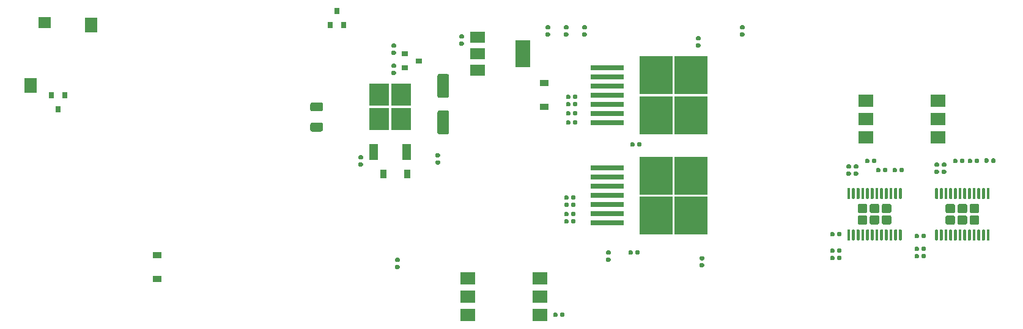
<source format=gbr>
G04 #@! TF.GenerationSoftware,KiCad,Pcbnew,(5.1.10)-1*
G04 #@! TF.CreationDate,2021-06-08T20:52:12+03:00*
G04 #@! TF.ProjectId,ScienceBoard-1,53636965-6e63-4654-926f-6172642d312e,rev?*
G04 #@! TF.SameCoordinates,Original*
G04 #@! TF.FileFunction,Paste,Top*
G04 #@! TF.FilePolarity,Positive*
%FSLAX46Y46*%
G04 Gerber Fmt 4.6, Leading zero omitted, Abs format (unit mm)*
G04 Created by KiCad (PCBNEW (5.1.10)-1) date 2021-06-08 20:52:12*
%MOMM*%
%LPD*%
G01*
G04 APERTURE LIST*
%ADD10R,2.000000X1.500000*%
%ADD11R,2.000000X3.800000*%
%ADD12R,1.800000X1.500000*%
%ADD13R,1.800000X2.000000*%
%ADD14R,0.800000X0.900000*%
%ADD15R,2.000000X1.780000*%
%ADD16R,0.900000X0.800000*%
%ADD17R,1.200000X0.900000*%
%ADD18R,1.200000X2.200000*%
%ADD19R,2.750000X3.050000*%
%ADD20R,4.600000X0.800000*%
%ADD21R,4.550000X5.250000*%
%ADD22R,0.900000X1.200000*%
G04 APERTURE END LIST*
D10*
X118516000Y-47108000D03*
X118516000Y-51708000D03*
X118516000Y-49408000D03*
D11*
X124816000Y-49408000D03*
G36*
G01*
X116159500Y-47688000D02*
X116504500Y-47688000D01*
G75*
G02*
X116652000Y-47835500I0J-147500D01*
G01*
X116652000Y-48130500D01*
G75*
G02*
X116504500Y-48278000I-147500J0D01*
G01*
X116159500Y-48278000D01*
G75*
G02*
X116012000Y-48130500I0J147500D01*
G01*
X116012000Y-47835500D01*
G75*
G02*
X116159500Y-47688000I147500J0D01*
G01*
G37*
G36*
G01*
X116159500Y-46718000D02*
X116504500Y-46718000D01*
G75*
G02*
X116652000Y-46865500I0J-147500D01*
G01*
X116652000Y-47160500D01*
G75*
G02*
X116504500Y-47308000I-147500J0D01*
G01*
X116159500Y-47308000D01*
G75*
G02*
X116012000Y-47160500I0J147500D01*
G01*
X116012000Y-46865500D01*
G75*
G02*
X116159500Y-46718000I147500J0D01*
G01*
G37*
D12*
X58598000Y-45080000D03*
D13*
X64998000Y-45430000D03*
X56698000Y-53830000D03*
D14*
X60452000Y-57134000D03*
X59502000Y-55134000D03*
X61402000Y-55134000D03*
D15*
X117174000Y-85598000D03*
X127174000Y-80518000D03*
X117174000Y-83058000D03*
X127174000Y-83058000D03*
X117174000Y-80518000D03*
X127174000Y-85598000D03*
X182292000Y-55880000D03*
X172292000Y-60960000D03*
X182292000Y-58420000D03*
X172292000Y-58420000D03*
X182292000Y-60960000D03*
X172292000Y-55880000D03*
G36*
G01*
X107106500Y-51372000D02*
X106761500Y-51372000D01*
G75*
G02*
X106614000Y-51224500I0J147500D01*
G01*
X106614000Y-50929500D01*
G75*
G02*
X106761500Y-50782000I147500J0D01*
G01*
X107106500Y-50782000D01*
G75*
G02*
X107254000Y-50929500I0J-147500D01*
G01*
X107254000Y-51224500D01*
G75*
G02*
X107106500Y-51372000I-147500J0D01*
G01*
G37*
G36*
G01*
X107106500Y-52342000D02*
X106761500Y-52342000D01*
G75*
G02*
X106614000Y-52194500I0J147500D01*
G01*
X106614000Y-51899500D01*
G75*
G02*
X106761500Y-51752000I147500J0D01*
G01*
X107106500Y-51752000D01*
G75*
G02*
X107254000Y-51899500I0J-147500D01*
G01*
X107254000Y-52194500D01*
G75*
G02*
X107106500Y-52342000I-147500J0D01*
G01*
G37*
G36*
G01*
X107106500Y-48578000D02*
X106761500Y-48578000D01*
G75*
G02*
X106614000Y-48430500I0J147500D01*
G01*
X106614000Y-48135500D01*
G75*
G02*
X106761500Y-47988000I147500J0D01*
G01*
X107106500Y-47988000D01*
G75*
G02*
X107254000Y-48135500I0J-147500D01*
G01*
X107254000Y-48430500D01*
G75*
G02*
X107106500Y-48578000I-147500J0D01*
G01*
G37*
G36*
G01*
X107106500Y-49548000D02*
X106761500Y-49548000D01*
G75*
G02*
X106614000Y-49400500I0J147500D01*
G01*
X106614000Y-49105500D01*
G75*
G02*
X106761500Y-48958000I147500J0D01*
G01*
X107106500Y-48958000D01*
G75*
G02*
X107254000Y-49105500I0J-147500D01*
G01*
X107254000Y-49400500D01*
G75*
G02*
X107106500Y-49548000I-147500J0D01*
G01*
G37*
D16*
X110440000Y-50380000D03*
X108440000Y-51330000D03*
X108440000Y-49430000D03*
G36*
G01*
X107269500Y-78676000D02*
X107614500Y-78676000D01*
G75*
G02*
X107762000Y-78823500I0J-147500D01*
G01*
X107762000Y-79118500D01*
G75*
G02*
X107614500Y-79266000I-147500J0D01*
G01*
X107269500Y-79266000D01*
G75*
G02*
X107122000Y-79118500I0J147500D01*
G01*
X107122000Y-78823500D01*
G75*
G02*
X107269500Y-78676000I147500J0D01*
G01*
G37*
G36*
G01*
X107269500Y-77706000D02*
X107614500Y-77706000D01*
G75*
G02*
X107762000Y-77853500I0J-147500D01*
G01*
X107762000Y-78148500D01*
G75*
G02*
X107614500Y-78296000I-147500J0D01*
G01*
X107269500Y-78296000D01*
G75*
G02*
X107122000Y-78148500I0J147500D01*
G01*
X107122000Y-77853500D01*
G75*
G02*
X107269500Y-77706000I147500J0D01*
G01*
G37*
G36*
G01*
X129984000Y-85770500D02*
X129984000Y-85425500D01*
G75*
G02*
X130131500Y-85278000I147500J0D01*
G01*
X130426500Y-85278000D01*
G75*
G02*
X130574000Y-85425500I0J-147500D01*
G01*
X130574000Y-85770500D01*
G75*
G02*
X130426500Y-85918000I-147500J0D01*
G01*
X130131500Y-85918000D01*
G75*
G02*
X129984000Y-85770500I0J147500D01*
G01*
G37*
G36*
G01*
X129014000Y-85770500D02*
X129014000Y-85425500D01*
G75*
G02*
X129161500Y-85278000I147500J0D01*
G01*
X129456500Y-85278000D01*
G75*
G02*
X129604000Y-85425500I0J-147500D01*
G01*
X129604000Y-85770500D01*
G75*
G02*
X129456500Y-85918000I-147500J0D01*
G01*
X129161500Y-85918000D01*
G75*
G02*
X129014000Y-85770500I0J147500D01*
G01*
G37*
D14*
X98110000Y-45450000D03*
X100010000Y-45450000D03*
X99060000Y-43450000D03*
G36*
G01*
X95641000Y-58941000D02*
X96891000Y-58941000D01*
G75*
G02*
X97141000Y-59191000I0J-250000D01*
G01*
X97141000Y-59941000D01*
G75*
G02*
X96891000Y-60191000I-250000J0D01*
G01*
X95641000Y-60191000D01*
G75*
G02*
X95391000Y-59941000I0J250000D01*
G01*
X95391000Y-59191000D01*
G75*
G02*
X95641000Y-58941000I250000J0D01*
G01*
G37*
G36*
G01*
X95641000Y-56141000D02*
X96891000Y-56141000D01*
G75*
G02*
X97141000Y-56391000I0J-250000D01*
G01*
X97141000Y-57141000D01*
G75*
G02*
X96891000Y-57391000I-250000J0D01*
G01*
X95641000Y-57391000D01*
G75*
G02*
X95391000Y-57141000I0J250000D01*
G01*
X95391000Y-56391000D01*
G75*
G02*
X95641000Y-56141000I250000J0D01*
G01*
G37*
D17*
X74168000Y-77344000D03*
X74168000Y-80644000D03*
G36*
G01*
X184424001Y-73111000D02*
X183583999Y-73111000D01*
G75*
G02*
X183334000Y-72861001I0J249999D01*
G01*
X183334000Y-72070999D01*
G75*
G02*
X183583999Y-71821000I249999J0D01*
G01*
X184424001Y-71821000D01*
G75*
G02*
X184674000Y-72070999I0J-249999D01*
G01*
X184674000Y-72861001D01*
G75*
G02*
X184424001Y-73111000I-249999J0D01*
G01*
G37*
G36*
G01*
X186094001Y-73111000D02*
X185253999Y-73111000D01*
G75*
G02*
X185004000Y-72861001I0J249999D01*
G01*
X185004000Y-72070999D01*
G75*
G02*
X185253999Y-71821000I249999J0D01*
G01*
X186094001Y-71821000D01*
G75*
G02*
X186344000Y-72070999I0J-249999D01*
G01*
X186344000Y-72861001D01*
G75*
G02*
X186094001Y-73111000I-249999J0D01*
G01*
G37*
G36*
G01*
X187764001Y-73111000D02*
X186923999Y-73111000D01*
G75*
G02*
X186674000Y-72861001I0J249999D01*
G01*
X186674000Y-72070999D01*
G75*
G02*
X186923999Y-71821000I249999J0D01*
G01*
X187764001Y-71821000D01*
G75*
G02*
X188014000Y-72070999I0J-249999D01*
G01*
X188014000Y-72861001D01*
G75*
G02*
X187764001Y-73111000I-249999J0D01*
G01*
G37*
G36*
G01*
X184424001Y-71511000D02*
X183583999Y-71511000D01*
G75*
G02*
X183334000Y-71261001I0J249999D01*
G01*
X183334000Y-70470999D01*
G75*
G02*
X183583999Y-70221000I249999J0D01*
G01*
X184424001Y-70221000D01*
G75*
G02*
X184674000Y-70470999I0J-249999D01*
G01*
X184674000Y-71261001D01*
G75*
G02*
X184424001Y-71511000I-249999J0D01*
G01*
G37*
G36*
G01*
X186094001Y-71511000D02*
X185253999Y-71511000D01*
G75*
G02*
X185004000Y-71261001I0J249999D01*
G01*
X185004000Y-70470999D01*
G75*
G02*
X185253999Y-70221000I249999J0D01*
G01*
X186094001Y-70221000D01*
G75*
G02*
X186344000Y-70470999I0J-249999D01*
G01*
X186344000Y-71261001D01*
G75*
G02*
X186094001Y-71511000I-249999J0D01*
G01*
G37*
G36*
G01*
X187764001Y-71511000D02*
X186923999Y-71511000D01*
G75*
G02*
X186674000Y-71261001I0J249999D01*
G01*
X186674000Y-70470999D01*
G75*
G02*
X186923999Y-70221000I249999J0D01*
G01*
X187764001Y-70221000D01*
G75*
G02*
X188014000Y-70470999I0J-249999D01*
G01*
X188014000Y-71261001D01*
G75*
G02*
X187764001Y-71511000I-249999J0D01*
G01*
G37*
G36*
G01*
X182199000Y-75316000D02*
X181999000Y-75316000D01*
G75*
G02*
X181899000Y-75216000I0J100000D01*
G01*
X181899000Y-73866000D01*
G75*
G02*
X181999000Y-73766000I100000J0D01*
G01*
X182199000Y-73766000D01*
G75*
G02*
X182299000Y-73866000I0J-100000D01*
G01*
X182299000Y-75216000D01*
G75*
G02*
X182199000Y-75316000I-100000J0D01*
G01*
G37*
G36*
G01*
X182849000Y-75316000D02*
X182649000Y-75316000D01*
G75*
G02*
X182549000Y-75216000I0J100000D01*
G01*
X182549000Y-73866000D01*
G75*
G02*
X182649000Y-73766000I100000J0D01*
G01*
X182849000Y-73766000D01*
G75*
G02*
X182949000Y-73866000I0J-100000D01*
G01*
X182949000Y-75216000D01*
G75*
G02*
X182849000Y-75316000I-100000J0D01*
G01*
G37*
G36*
G01*
X183499000Y-75316000D02*
X183299000Y-75316000D01*
G75*
G02*
X183199000Y-75216000I0J100000D01*
G01*
X183199000Y-73866000D01*
G75*
G02*
X183299000Y-73766000I100000J0D01*
G01*
X183499000Y-73766000D01*
G75*
G02*
X183599000Y-73866000I0J-100000D01*
G01*
X183599000Y-75216000D01*
G75*
G02*
X183499000Y-75316000I-100000J0D01*
G01*
G37*
G36*
G01*
X184149000Y-75316000D02*
X183949000Y-75316000D01*
G75*
G02*
X183849000Y-75216000I0J100000D01*
G01*
X183849000Y-73866000D01*
G75*
G02*
X183949000Y-73766000I100000J0D01*
G01*
X184149000Y-73766000D01*
G75*
G02*
X184249000Y-73866000I0J-100000D01*
G01*
X184249000Y-75216000D01*
G75*
G02*
X184149000Y-75316000I-100000J0D01*
G01*
G37*
G36*
G01*
X184799000Y-75316000D02*
X184599000Y-75316000D01*
G75*
G02*
X184499000Y-75216000I0J100000D01*
G01*
X184499000Y-73866000D01*
G75*
G02*
X184599000Y-73766000I100000J0D01*
G01*
X184799000Y-73766000D01*
G75*
G02*
X184899000Y-73866000I0J-100000D01*
G01*
X184899000Y-75216000D01*
G75*
G02*
X184799000Y-75316000I-100000J0D01*
G01*
G37*
G36*
G01*
X185449000Y-75316000D02*
X185249000Y-75316000D01*
G75*
G02*
X185149000Y-75216000I0J100000D01*
G01*
X185149000Y-73866000D01*
G75*
G02*
X185249000Y-73766000I100000J0D01*
G01*
X185449000Y-73766000D01*
G75*
G02*
X185549000Y-73866000I0J-100000D01*
G01*
X185549000Y-75216000D01*
G75*
G02*
X185449000Y-75316000I-100000J0D01*
G01*
G37*
G36*
G01*
X186099000Y-75316000D02*
X185899000Y-75316000D01*
G75*
G02*
X185799000Y-75216000I0J100000D01*
G01*
X185799000Y-73866000D01*
G75*
G02*
X185899000Y-73766000I100000J0D01*
G01*
X186099000Y-73766000D01*
G75*
G02*
X186199000Y-73866000I0J-100000D01*
G01*
X186199000Y-75216000D01*
G75*
G02*
X186099000Y-75316000I-100000J0D01*
G01*
G37*
G36*
G01*
X186749000Y-75316000D02*
X186549000Y-75316000D01*
G75*
G02*
X186449000Y-75216000I0J100000D01*
G01*
X186449000Y-73866000D01*
G75*
G02*
X186549000Y-73766000I100000J0D01*
G01*
X186749000Y-73766000D01*
G75*
G02*
X186849000Y-73866000I0J-100000D01*
G01*
X186849000Y-75216000D01*
G75*
G02*
X186749000Y-75316000I-100000J0D01*
G01*
G37*
G36*
G01*
X187399000Y-75316000D02*
X187199000Y-75316000D01*
G75*
G02*
X187099000Y-75216000I0J100000D01*
G01*
X187099000Y-73866000D01*
G75*
G02*
X187199000Y-73766000I100000J0D01*
G01*
X187399000Y-73766000D01*
G75*
G02*
X187499000Y-73866000I0J-100000D01*
G01*
X187499000Y-75216000D01*
G75*
G02*
X187399000Y-75316000I-100000J0D01*
G01*
G37*
G36*
G01*
X188049000Y-75316000D02*
X187849000Y-75316000D01*
G75*
G02*
X187749000Y-75216000I0J100000D01*
G01*
X187749000Y-73866000D01*
G75*
G02*
X187849000Y-73766000I100000J0D01*
G01*
X188049000Y-73766000D01*
G75*
G02*
X188149000Y-73866000I0J-100000D01*
G01*
X188149000Y-75216000D01*
G75*
G02*
X188049000Y-75316000I-100000J0D01*
G01*
G37*
G36*
G01*
X188699000Y-75316000D02*
X188499000Y-75316000D01*
G75*
G02*
X188399000Y-75216000I0J100000D01*
G01*
X188399000Y-73866000D01*
G75*
G02*
X188499000Y-73766000I100000J0D01*
G01*
X188699000Y-73766000D01*
G75*
G02*
X188799000Y-73866000I0J-100000D01*
G01*
X188799000Y-75216000D01*
G75*
G02*
X188699000Y-75316000I-100000J0D01*
G01*
G37*
G36*
G01*
X189349000Y-75316000D02*
X189149000Y-75316000D01*
G75*
G02*
X189049000Y-75216000I0J100000D01*
G01*
X189049000Y-73866000D01*
G75*
G02*
X189149000Y-73766000I100000J0D01*
G01*
X189349000Y-73766000D01*
G75*
G02*
X189449000Y-73866000I0J-100000D01*
G01*
X189449000Y-75216000D01*
G75*
G02*
X189349000Y-75316000I-100000J0D01*
G01*
G37*
G36*
G01*
X189349000Y-69566000D02*
X189149000Y-69566000D01*
G75*
G02*
X189049000Y-69466000I0J100000D01*
G01*
X189049000Y-68116000D01*
G75*
G02*
X189149000Y-68016000I100000J0D01*
G01*
X189349000Y-68016000D01*
G75*
G02*
X189449000Y-68116000I0J-100000D01*
G01*
X189449000Y-69466000D01*
G75*
G02*
X189349000Y-69566000I-100000J0D01*
G01*
G37*
G36*
G01*
X188699000Y-69566000D02*
X188499000Y-69566000D01*
G75*
G02*
X188399000Y-69466000I0J100000D01*
G01*
X188399000Y-68116000D01*
G75*
G02*
X188499000Y-68016000I100000J0D01*
G01*
X188699000Y-68016000D01*
G75*
G02*
X188799000Y-68116000I0J-100000D01*
G01*
X188799000Y-69466000D01*
G75*
G02*
X188699000Y-69566000I-100000J0D01*
G01*
G37*
G36*
G01*
X188049000Y-69566000D02*
X187849000Y-69566000D01*
G75*
G02*
X187749000Y-69466000I0J100000D01*
G01*
X187749000Y-68116000D01*
G75*
G02*
X187849000Y-68016000I100000J0D01*
G01*
X188049000Y-68016000D01*
G75*
G02*
X188149000Y-68116000I0J-100000D01*
G01*
X188149000Y-69466000D01*
G75*
G02*
X188049000Y-69566000I-100000J0D01*
G01*
G37*
G36*
G01*
X187399000Y-69566000D02*
X187199000Y-69566000D01*
G75*
G02*
X187099000Y-69466000I0J100000D01*
G01*
X187099000Y-68116000D01*
G75*
G02*
X187199000Y-68016000I100000J0D01*
G01*
X187399000Y-68016000D01*
G75*
G02*
X187499000Y-68116000I0J-100000D01*
G01*
X187499000Y-69466000D01*
G75*
G02*
X187399000Y-69566000I-100000J0D01*
G01*
G37*
G36*
G01*
X186749000Y-69566000D02*
X186549000Y-69566000D01*
G75*
G02*
X186449000Y-69466000I0J100000D01*
G01*
X186449000Y-68116000D01*
G75*
G02*
X186549000Y-68016000I100000J0D01*
G01*
X186749000Y-68016000D01*
G75*
G02*
X186849000Y-68116000I0J-100000D01*
G01*
X186849000Y-69466000D01*
G75*
G02*
X186749000Y-69566000I-100000J0D01*
G01*
G37*
G36*
G01*
X186099000Y-69566000D02*
X185899000Y-69566000D01*
G75*
G02*
X185799000Y-69466000I0J100000D01*
G01*
X185799000Y-68116000D01*
G75*
G02*
X185899000Y-68016000I100000J0D01*
G01*
X186099000Y-68016000D01*
G75*
G02*
X186199000Y-68116000I0J-100000D01*
G01*
X186199000Y-69466000D01*
G75*
G02*
X186099000Y-69566000I-100000J0D01*
G01*
G37*
G36*
G01*
X185449000Y-69566000D02*
X185249000Y-69566000D01*
G75*
G02*
X185149000Y-69466000I0J100000D01*
G01*
X185149000Y-68116000D01*
G75*
G02*
X185249000Y-68016000I100000J0D01*
G01*
X185449000Y-68016000D01*
G75*
G02*
X185549000Y-68116000I0J-100000D01*
G01*
X185549000Y-69466000D01*
G75*
G02*
X185449000Y-69566000I-100000J0D01*
G01*
G37*
G36*
G01*
X184799000Y-69566000D02*
X184599000Y-69566000D01*
G75*
G02*
X184499000Y-69466000I0J100000D01*
G01*
X184499000Y-68116000D01*
G75*
G02*
X184599000Y-68016000I100000J0D01*
G01*
X184799000Y-68016000D01*
G75*
G02*
X184899000Y-68116000I0J-100000D01*
G01*
X184899000Y-69466000D01*
G75*
G02*
X184799000Y-69566000I-100000J0D01*
G01*
G37*
G36*
G01*
X184149000Y-69566000D02*
X183949000Y-69566000D01*
G75*
G02*
X183849000Y-69466000I0J100000D01*
G01*
X183849000Y-68116000D01*
G75*
G02*
X183949000Y-68016000I100000J0D01*
G01*
X184149000Y-68016000D01*
G75*
G02*
X184249000Y-68116000I0J-100000D01*
G01*
X184249000Y-69466000D01*
G75*
G02*
X184149000Y-69566000I-100000J0D01*
G01*
G37*
G36*
G01*
X183499000Y-69566000D02*
X183299000Y-69566000D01*
G75*
G02*
X183199000Y-69466000I0J100000D01*
G01*
X183199000Y-68116000D01*
G75*
G02*
X183299000Y-68016000I100000J0D01*
G01*
X183499000Y-68016000D01*
G75*
G02*
X183599000Y-68116000I0J-100000D01*
G01*
X183599000Y-69466000D01*
G75*
G02*
X183499000Y-69566000I-100000J0D01*
G01*
G37*
G36*
G01*
X182849000Y-69566000D02*
X182649000Y-69566000D01*
G75*
G02*
X182549000Y-69466000I0J100000D01*
G01*
X182549000Y-68116000D01*
G75*
G02*
X182649000Y-68016000I100000J0D01*
G01*
X182849000Y-68016000D01*
G75*
G02*
X182949000Y-68116000I0J-100000D01*
G01*
X182949000Y-69466000D01*
G75*
G02*
X182849000Y-69566000I-100000J0D01*
G01*
G37*
G36*
G01*
X182199000Y-69566000D02*
X181999000Y-69566000D01*
G75*
G02*
X181899000Y-69466000I0J100000D01*
G01*
X181899000Y-68116000D01*
G75*
G02*
X181999000Y-68016000I100000J0D01*
G01*
X182199000Y-68016000D01*
G75*
G02*
X182299000Y-68116000I0J-100000D01*
G01*
X182299000Y-69466000D01*
G75*
G02*
X182199000Y-69566000I-100000J0D01*
G01*
G37*
G36*
G01*
X172260001Y-73101000D02*
X171419999Y-73101000D01*
G75*
G02*
X171170000Y-72851001I0J249999D01*
G01*
X171170000Y-72060999D01*
G75*
G02*
X171419999Y-71811000I249999J0D01*
G01*
X172260001Y-71811000D01*
G75*
G02*
X172510000Y-72060999I0J-249999D01*
G01*
X172510000Y-72851001D01*
G75*
G02*
X172260001Y-73101000I-249999J0D01*
G01*
G37*
G36*
G01*
X173930001Y-73101000D02*
X173089999Y-73101000D01*
G75*
G02*
X172840000Y-72851001I0J249999D01*
G01*
X172840000Y-72060999D01*
G75*
G02*
X173089999Y-71811000I249999J0D01*
G01*
X173930001Y-71811000D01*
G75*
G02*
X174180000Y-72060999I0J-249999D01*
G01*
X174180000Y-72851001D01*
G75*
G02*
X173930001Y-73101000I-249999J0D01*
G01*
G37*
G36*
G01*
X175600001Y-73101000D02*
X174759999Y-73101000D01*
G75*
G02*
X174510000Y-72851001I0J249999D01*
G01*
X174510000Y-72060999D01*
G75*
G02*
X174759999Y-71811000I249999J0D01*
G01*
X175600001Y-71811000D01*
G75*
G02*
X175850000Y-72060999I0J-249999D01*
G01*
X175850000Y-72851001D01*
G75*
G02*
X175600001Y-73101000I-249999J0D01*
G01*
G37*
G36*
G01*
X172260001Y-71501000D02*
X171419999Y-71501000D01*
G75*
G02*
X171170000Y-71251001I0J249999D01*
G01*
X171170000Y-70460999D01*
G75*
G02*
X171419999Y-70211000I249999J0D01*
G01*
X172260001Y-70211000D01*
G75*
G02*
X172510000Y-70460999I0J-249999D01*
G01*
X172510000Y-71251001D01*
G75*
G02*
X172260001Y-71501000I-249999J0D01*
G01*
G37*
G36*
G01*
X173930001Y-71501000D02*
X173089999Y-71501000D01*
G75*
G02*
X172840000Y-71251001I0J249999D01*
G01*
X172840000Y-70460999D01*
G75*
G02*
X173089999Y-70211000I249999J0D01*
G01*
X173930001Y-70211000D01*
G75*
G02*
X174180000Y-70460999I0J-249999D01*
G01*
X174180000Y-71251001D01*
G75*
G02*
X173930001Y-71501000I-249999J0D01*
G01*
G37*
G36*
G01*
X175600001Y-71501000D02*
X174759999Y-71501000D01*
G75*
G02*
X174510000Y-71251001I0J249999D01*
G01*
X174510000Y-70460999D01*
G75*
G02*
X174759999Y-70211000I249999J0D01*
G01*
X175600001Y-70211000D01*
G75*
G02*
X175850000Y-70460999I0J-249999D01*
G01*
X175850000Y-71251001D01*
G75*
G02*
X175600001Y-71501000I-249999J0D01*
G01*
G37*
G36*
G01*
X170035000Y-75306000D02*
X169835000Y-75306000D01*
G75*
G02*
X169735000Y-75206000I0J100000D01*
G01*
X169735000Y-73856000D01*
G75*
G02*
X169835000Y-73756000I100000J0D01*
G01*
X170035000Y-73756000D01*
G75*
G02*
X170135000Y-73856000I0J-100000D01*
G01*
X170135000Y-75206000D01*
G75*
G02*
X170035000Y-75306000I-100000J0D01*
G01*
G37*
G36*
G01*
X170685000Y-75306000D02*
X170485000Y-75306000D01*
G75*
G02*
X170385000Y-75206000I0J100000D01*
G01*
X170385000Y-73856000D01*
G75*
G02*
X170485000Y-73756000I100000J0D01*
G01*
X170685000Y-73756000D01*
G75*
G02*
X170785000Y-73856000I0J-100000D01*
G01*
X170785000Y-75206000D01*
G75*
G02*
X170685000Y-75306000I-100000J0D01*
G01*
G37*
G36*
G01*
X171335000Y-75306000D02*
X171135000Y-75306000D01*
G75*
G02*
X171035000Y-75206000I0J100000D01*
G01*
X171035000Y-73856000D01*
G75*
G02*
X171135000Y-73756000I100000J0D01*
G01*
X171335000Y-73756000D01*
G75*
G02*
X171435000Y-73856000I0J-100000D01*
G01*
X171435000Y-75206000D01*
G75*
G02*
X171335000Y-75306000I-100000J0D01*
G01*
G37*
G36*
G01*
X171985000Y-75306000D02*
X171785000Y-75306000D01*
G75*
G02*
X171685000Y-75206000I0J100000D01*
G01*
X171685000Y-73856000D01*
G75*
G02*
X171785000Y-73756000I100000J0D01*
G01*
X171985000Y-73756000D01*
G75*
G02*
X172085000Y-73856000I0J-100000D01*
G01*
X172085000Y-75206000D01*
G75*
G02*
X171985000Y-75306000I-100000J0D01*
G01*
G37*
G36*
G01*
X172635000Y-75306000D02*
X172435000Y-75306000D01*
G75*
G02*
X172335000Y-75206000I0J100000D01*
G01*
X172335000Y-73856000D01*
G75*
G02*
X172435000Y-73756000I100000J0D01*
G01*
X172635000Y-73756000D01*
G75*
G02*
X172735000Y-73856000I0J-100000D01*
G01*
X172735000Y-75206000D01*
G75*
G02*
X172635000Y-75306000I-100000J0D01*
G01*
G37*
G36*
G01*
X173285000Y-75306000D02*
X173085000Y-75306000D01*
G75*
G02*
X172985000Y-75206000I0J100000D01*
G01*
X172985000Y-73856000D01*
G75*
G02*
X173085000Y-73756000I100000J0D01*
G01*
X173285000Y-73756000D01*
G75*
G02*
X173385000Y-73856000I0J-100000D01*
G01*
X173385000Y-75206000D01*
G75*
G02*
X173285000Y-75306000I-100000J0D01*
G01*
G37*
G36*
G01*
X173935000Y-75306000D02*
X173735000Y-75306000D01*
G75*
G02*
X173635000Y-75206000I0J100000D01*
G01*
X173635000Y-73856000D01*
G75*
G02*
X173735000Y-73756000I100000J0D01*
G01*
X173935000Y-73756000D01*
G75*
G02*
X174035000Y-73856000I0J-100000D01*
G01*
X174035000Y-75206000D01*
G75*
G02*
X173935000Y-75306000I-100000J0D01*
G01*
G37*
G36*
G01*
X174585000Y-75306000D02*
X174385000Y-75306000D01*
G75*
G02*
X174285000Y-75206000I0J100000D01*
G01*
X174285000Y-73856000D01*
G75*
G02*
X174385000Y-73756000I100000J0D01*
G01*
X174585000Y-73756000D01*
G75*
G02*
X174685000Y-73856000I0J-100000D01*
G01*
X174685000Y-75206000D01*
G75*
G02*
X174585000Y-75306000I-100000J0D01*
G01*
G37*
G36*
G01*
X175235000Y-75306000D02*
X175035000Y-75306000D01*
G75*
G02*
X174935000Y-75206000I0J100000D01*
G01*
X174935000Y-73856000D01*
G75*
G02*
X175035000Y-73756000I100000J0D01*
G01*
X175235000Y-73756000D01*
G75*
G02*
X175335000Y-73856000I0J-100000D01*
G01*
X175335000Y-75206000D01*
G75*
G02*
X175235000Y-75306000I-100000J0D01*
G01*
G37*
G36*
G01*
X175885000Y-75306000D02*
X175685000Y-75306000D01*
G75*
G02*
X175585000Y-75206000I0J100000D01*
G01*
X175585000Y-73856000D01*
G75*
G02*
X175685000Y-73756000I100000J0D01*
G01*
X175885000Y-73756000D01*
G75*
G02*
X175985000Y-73856000I0J-100000D01*
G01*
X175985000Y-75206000D01*
G75*
G02*
X175885000Y-75306000I-100000J0D01*
G01*
G37*
G36*
G01*
X176535000Y-75306000D02*
X176335000Y-75306000D01*
G75*
G02*
X176235000Y-75206000I0J100000D01*
G01*
X176235000Y-73856000D01*
G75*
G02*
X176335000Y-73756000I100000J0D01*
G01*
X176535000Y-73756000D01*
G75*
G02*
X176635000Y-73856000I0J-100000D01*
G01*
X176635000Y-75206000D01*
G75*
G02*
X176535000Y-75306000I-100000J0D01*
G01*
G37*
G36*
G01*
X177185000Y-75306000D02*
X176985000Y-75306000D01*
G75*
G02*
X176885000Y-75206000I0J100000D01*
G01*
X176885000Y-73856000D01*
G75*
G02*
X176985000Y-73756000I100000J0D01*
G01*
X177185000Y-73756000D01*
G75*
G02*
X177285000Y-73856000I0J-100000D01*
G01*
X177285000Y-75206000D01*
G75*
G02*
X177185000Y-75306000I-100000J0D01*
G01*
G37*
G36*
G01*
X177185000Y-69556000D02*
X176985000Y-69556000D01*
G75*
G02*
X176885000Y-69456000I0J100000D01*
G01*
X176885000Y-68106000D01*
G75*
G02*
X176985000Y-68006000I100000J0D01*
G01*
X177185000Y-68006000D01*
G75*
G02*
X177285000Y-68106000I0J-100000D01*
G01*
X177285000Y-69456000D01*
G75*
G02*
X177185000Y-69556000I-100000J0D01*
G01*
G37*
G36*
G01*
X176535000Y-69556000D02*
X176335000Y-69556000D01*
G75*
G02*
X176235000Y-69456000I0J100000D01*
G01*
X176235000Y-68106000D01*
G75*
G02*
X176335000Y-68006000I100000J0D01*
G01*
X176535000Y-68006000D01*
G75*
G02*
X176635000Y-68106000I0J-100000D01*
G01*
X176635000Y-69456000D01*
G75*
G02*
X176535000Y-69556000I-100000J0D01*
G01*
G37*
G36*
G01*
X175885000Y-69556000D02*
X175685000Y-69556000D01*
G75*
G02*
X175585000Y-69456000I0J100000D01*
G01*
X175585000Y-68106000D01*
G75*
G02*
X175685000Y-68006000I100000J0D01*
G01*
X175885000Y-68006000D01*
G75*
G02*
X175985000Y-68106000I0J-100000D01*
G01*
X175985000Y-69456000D01*
G75*
G02*
X175885000Y-69556000I-100000J0D01*
G01*
G37*
G36*
G01*
X175235000Y-69556000D02*
X175035000Y-69556000D01*
G75*
G02*
X174935000Y-69456000I0J100000D01*
G01*
X174935000Y-68106000D01*
G75*
G02*
X175035000Y-68006000I100000J0D01*
G01*
X175235000Y-68006000D01*
G75*
G02*
X175335000Y-68106000I0J-100000D01*
G01*
X175335000Y-69456000D01*
G75*
G02*
X175235000Y-69556000I-100000J0D01*
G01*
G37*
G36*
G01*
X174585000Y-69556000D02*
X174385000Y-69556000D01*
G75*
G02*
X174285000Y-69456000I0J100000D01*
G01*
X174285000Y-68106000D01*
G75*
G02*
X174385000Y-68006000I100000J0D01*
G01*
X174585000Y-68006000D01*
G75*
G02*
X174685000Y-68106000I0J-100000D01*
G01*
X174685000Y-69456000D01*
G75*
G02*
X174585000Y-69556000I-100000J0D01*
G01*
G37*
G36*
G01*
X173935000Y-69556000D02*
X173735000Y-69556000D01*
G75*
G02*
X173635000Y-69456000I0J100000D01*
G01*
X173635000Y-68106000D01*
G75*
G02*
X173735000Y-68006000I100000J0D01*
G01*
X173935000Y-68006000D01*
G75*
G02*
X174035000Y-68106000I0J-100000D01*
G01*
X174035000Y-69456000D01*
G75*
G02*
X173935000Y-69556000I-100000J0D01*
G01*
G37*
G36*
G01*
X173285000Y-69556000D02*
X173085000Y-69556000D01*
G75*
G02*
X172985000Y-69456000I0J100000D01*
G01*
X172985000Y-68106000D01*
G75*
G02*
X173085000Y-68006000I100000J0D01*
G01*
X173285000Y-68006000D01*
G75*
G02*
X173385000Y-68106000I0J-100000D01*
G01*
X173385000Y-69456000D01*
G75*
G02*
X173285000Y-69556000I-100000J0D01*
G01*
G37*
G36*
G01*
X172635000Y-69556000D02*
X172435000Y-69556000D01*
G75*
G02*
X172335000Y-69456000I0J100000D01*
G01*
X172335000Y-68106000D01*
G75*
G02*
X172435000Y-68006000I100000J0D01*
G01*
X172635000Y-68006000D01*
G75*
G02*
X172735000Y-68106000I0J-100000D01*
G01*
X172735000Y-69456000D01*
G75*
G02*
X172635000Y-69556000I-100000J0D01*
G01*
G37*
G36*
G01*
X171985000Y-69556000D02*
X171785000Y-69556000D01*
G75*
G02*
X171685000Y-69456000I0J100000D01*
G01*
X171685000Y-68106000D01*
G75*
G02*
X171785000Y-68006000I100000J0D01*
G01*
X171985000Y-68006000D01*
G75*
G02*
X172085000Y-68106000I0J-100000D01*
G01*
X172085000Y-69456000D01*
G75*
G02*
X171985000Y-69556000I-100000J0D01*
G01*
G37*
G36*
G01*
X171335000Y-69556000D02*
X171135000Y-69556000D01*
G75*
G02*
X171035000Y-69456000I0J100000D01*
G01*
X171035000Y-68106000D01*
G75*
G02*
X171135000Y-68006000I100000J0D01*
G01*
X171335000Y-68006000D01*
G75*
G02*
X171435000Y-68106000I0J-100000D01*
G01*
X171435000Y-69456000D01*
G75*
G02*
X171335000Y-69556000I-100000J0D01*
G01*
G37*
G36*
G01*
X170685000Y-69556000D02*
X170485000Y-69556000D01*
G75*
G02*
X170385000Y-69456000I0J100000D01*
G01*
X170385000Y-68106000D01*
G75*
G02*
X170485000Y-68006000I100000J0D01*
G01*
X170685000Y-68006000D01*
G75*
G02*
X170785000Y-68106000I0J-100000D01*
G01*
X170785000Y-69456000D01*
G75*
G02*
X170685000Y-69556000I-100000J0D01*
G01*
G37*
G36*
G01*
X170035000Y-69556000D02*
X169835000Y-69556000D01*
G75*
G02*
X169735000Y-69456000I0J100000D01*
G01*
X169735000Y-68106000D01*
G75*
G02*
X169835000Y-68006000I100000J0D01*
G01*
X170035000Y-68006000D01*
G75*
G02*
X170135000Y-68106000I0J-100000D01*
G01*
X170135000Y-69456000D01*
G75*
G02*
X170035000Y-69556000I-100000J0D01*
G01*
G37*
G36*
G01*
X130637500Y-46418000D02*
X130982500Y-46418000D01*
G75*
G02*
X131130000Y-46565500I0J-147500D01*
G01*
X131130000Y-46860500D01*
G75*
G02*
X130982500Y-47008000I-147500J0D01*
G01*
X130637500Y-47008000D01*
G75*
G02*
X130490000Y-46860500I0J147500D01*
G01*
X130490000Y-46565500D01*
G75*
G02*
X130637500Y-46418000I147500J0D01*
G01*
G37*
G36*
G01*
X130637500Y-45448000D02*
X130982500Y-45448000D01*
G75*
G02*
X131130000Y-45595500I0J-147500D01*
G01*
X131130000Y-45890500D01*
G75*
G02*
X130982500Y-46038000I-147500J0D01*
G01*
X130637500Y-46038000D01*
G75*
G02*
X130490000Y-45890500I0J147500D01*
G01*
X130490000Y-45595500D01*
G75*
G02*
X130637500Y-45448000I147500J0D01*
G01*
G37*
G36*
G01*
X155021500Y-46418000D02*
X155366500Y-46418000D01*
G75*
G02*
X155514000Y-46565500I0J-147500D01*
G01*
X155514000Y-46860500D01*
G75*
G02*
X155366500Y-47008000I-147500J0D01*
G01*
X155021500Y-47008000D01*
G75*
G02*
X154874000Y-46860500I0J147500D01*
G01*
X154874000Y-46565500D01*
G75*
G02*
X155021500Y-46418000I147500J0D01*
G01*
G37*
G36*
G01*
X155021500Y-45448000D02*
X155366500Y-45448000D01*
G75*
G02*
X155514000Y-45595500I0J-147500D01*
G01*
X155514000Y-45890500D01*
G75*
G02*
X155366500Y-46038000I-147500J0D01*
G01*
X155021500Y-46038000D01*
G75*
G02*
X154874000Y-45890500I0J147500D01*
G01*
X154874000Y-45595500D01*
G75*
G02*
X155021500Y-45448000I147500J0D01*
G01*
G37*
G36*
G01*
X133177500Y-46418000D02*
X133522500Y-46418000D01*
G75*
G02*
X133670000Y-46565500I0J-147500D01*
G01*
X133670000Y-46860500D01*
G75*
G02*
X133522500Y-47008000I-147500J0D01*
G01*
X133177500Y-47008000D01*
G75*
G02*
X133030000Y-46860500I0J147500D01*
G01*
X133030000Y-46565500D01*
G75*
G02*
X133177500Y-46418000I147500J0D01*
G01*
G37*
G36*
G01*
X133177500Y-45448000D02*
X133522500Y-45448000D01*
G75*
G02*
X133670000Y-45595500I0J-147500D01*
G01*
X133670000Y-45890500D01*
G75*
G02*
X133522500Y-46038000I-147500J0D01*
G01*
X133177500Y-46038000D01*
G75*
G02*
X133030000Y-45890500I0J147500D01*
G01*
X133030000Y-45595500D01*
G75*
G02*
X133177500Y-45448000I147500J0D01*
G01*
G37*
G36*
G01*
X128442500Y-46038000D02*
X128097500Y-46038000D01*
G75*
G02*
X127950000Y-45890500I0J147500D01*
G01*
X127950000Y-45595500D01*
G75*
G02*
X128097500Y-45448000I147500J0D01*
G01*
X128442500Y-45448000D01*
G75*
G02*
X128590000Y-45595500I0J-147500D01*
G01*
X128590000Y-45890500D01*
G75*
G02*
X128442500Y-46038000I-147500J0D01*
G01*
G37*
G36*
G01*
X128442500Y-47008000D02*
X128097500Y-47008000D01*
G75*
G02*
X127950000Y-46860500I0J147500D01*
G01*
X127950000Y-46565500D01*
G75*
G02*
X128097500Y-46418000I147500J0D01*
G01*
X128442500Y-46418000D01*
G75*
G02*
X128590000Y-46565500I0J-147500D01*
G01*
X128590000Y-46860500D01*
G75*
G02*
X128442500Y-47008000I-147500J0D01*
G01*
G37*
G36*
G01*
X182290500Y-65088000D02*
X181945500Y-65088000D01*
G75*
G02*
X181798000Y-64940500I0J147500D01*
G01*
X181798000Y-64645500D01*
G75*
G02*
X181945500Y-64498000I147500J0D01*
G01*
X182290500Y-64498000D01*
G75*
G02*
X182438000Y-64645500I0J-147500D01*
G01*
X182438000Y-64940500D01*
G75*
G02*
X182290500Y-65088000I-147500J0D01*
G01*
G37*
G36*
G01*
X182290500Y-66058000D02*
X181945500Y-66058000D01*
G75*
G02*
X181798000Y-65910500I0J147500D01*
G01*
X181798000Y-65615500D01*
G75*
G02*
X181945500Y-65468000I147500J0D01*
G01*
X182290500Y-65468000D01*
G75*
G02*
X182438000Y-65615500I0J-147500D01*
G01*
X182438000Y-65910500D01*
G75*
G02*
X182290500Y-66058000I-147500J0D01*
G01*
G37*
G36*
G01*
X182961500Y-65468000D02*
X183306500Y-65468000D01*
G75*
G02*
X183454000Y-65615500I0J-147500D01*
G01*
X183454000Y-65910500D01*
G75*
G02*
X183306500Y-66058000I-147500J0D01*
G01*
X182961500Y-66058000D01*
G75*
G02*
X182814000Y-65910500I0J147500D01*
G01*
X182814000Y-65615500D01*
G75*
G02*
X182961500Y-65468000I147500J0D01*
G01*
G37*
G36*
G01*
X182961500Y-64498000D02*
X183306500Y-64498000D01*
G75*
G02*
X183454000Y-64645500I0J-147500D01*
G01*
X183454000Y-64940500D01*
G75*
G02*
X183306500Y-65088000I-147500J0D01*
G01*
X182961500Y-65088000D01*
G75*
G02*
X182814000Y-64940500I0J147500D01*
G01*
X182814000Y-64645500D01*
G75*
G02*
X182961500Y-64498000I147500J0D01*
G01*
G37*
G36*
G01*
X179642000Y-74503500D02*
X179642000Y-74848500D01*
G75*
G02*
X179494500Y-74996000I-147500J0D01*
G01*
X179199500Y-74996000D01*
G75*
G02*
X179052000Y-74848500I0J147500D01*
G01*
X179052000Y-74503500D01*
G75*
G02*
X179199500Y-74356000I147500J0D01*
G01*
X179494500Y-74356000D01*
G75*
G02*
X179642000Y-74503500I0J-147500D01*
G01*
G37*
G36*
G01*
X180612000Y-74503500D02*
X180612000Y-74848500D01*
G75*
G02*
X180464500Y-74996000I-147500J0D01*
G01*
X180169500Y-74996000D01*
G75*
G02*
X180022000Y-74848500I0J147500D01*
G01*
X180022000Y-74503500D01*
G75*
G02*
X180169500Y-74356000I147500J0D01*
G01*
X180464500Y-74356000D01*
G75*
G02*
X180612000Y-74503500I0J-147500D01*
G01*
G37*
G36*
G01*
X180022000Y-76626500D02*
X180022000Y-76281500D01*
G75*
G02*
X180169500Y-76134000I147500J0D01*
G01*
X180464500Y-76134000D01*
G75*
G02*
X180612000Y-76281500I0J-147500D01*
G01*
X180612000Y-76626500D01*
G75*
G02*
X180464500Y-76774000I-147500J0D01*
G01*
X180169500Y-76774000D01*
G75*
G02*
X180022000Y-76626500I0J147500D01*
G01*
G37*
G36*
G01*
X179052000Y-76626500D02*
X179052000Y-76281500D01*
G75*
G02*
X179199500Y-76134000I147500J0D01*
G01*
X179494500Y-76134000D01*
G75*
G02*
X179642000Y-76281500I0J-147500D01*
G01*
X179642000Y-76626500D01*
G75*
G02*
X179494500Y-76774000I-147500J0D01*
G01*
X179199500Y-76774000D01*
G75*
G02*
X179052000Y-76626500I0J147500D01*
G01*
G37*
G36*
G01*
X180022000Y-77642500D02*
X180022000Y-77297500D01*
G75*
G02*
X180169500Y-77150000I147500J0D01*
G01*
X180464500Y-77150000D01*
G75*
G02*
X180612000Y-77297500I0J-147500D01*
G01*
X180612000Y-77642500D01*
G75*
G02*
X180464500Y-77790000I-147500J0D01*
G01*
X180169500Y-77790000D01*
G75*
G02*
X180022000Y-77642500I0J147500D01*
G01*
G37*
G36*
G01*
X179052000Y-77642500D02*
X179052000Y-77297500D01*
G75*
G02*
X179199500Y-77150000I147500J0D01*
G01*
X179494500Y-77150000D01*
G75*
G02*
X179642000Y-77297500I0J-147500D01*
G01*
X179642000Y-77642500D01*
G75*
G02*
X179494500Y-77790000I-147500J0D01*
G01*
X179199500Y-77790000D01*
G75*
G02*
X179052000Y-77642500I0J147500D01*
G01*
G37*
G36*
G01*
X102534500Y-64072000D02*
X102189500Y-64072000D01*
G75*
G02*
X102042000Y-63924500I0J147500D01*
G01*
X102042000Y-63629500D01*
G75*
G02*
X102189500Y-63482000I147500J0D01*
G01*
X102534500Y-63482000D01*
G75*
G02*
X102682000Y-63629500I0J-147500D01*
G01*
X102682000Y-63924500D01*
G75*
G02*
X102534500Y-64072000I-147500J0D01*
G01*
G37*
G36*
G01*
X102534500Y-65042000D02*
X102189500Y-65042000D01*
G75*
G02*
X102042000Y-64894500I0J147500D01*
G01*
X102042000Y-64599500D01*
G75*
G02*
X102189500Y-64452000I147500J0D01*
G01*
X102534500Y-64452000D01*
G75*
G02*
X102682000Y-64599500I0J-147500D01*
G01*
X102682000Y-64894500D01*
G75*
G02*
X102534500Y-65042000I-147500J0D01*
G01*
G37*
G36*
G01*
X131762000Y-57830500D02*
X131762000Y-57485500D01*
G75*
G02*
X131909500Y-57338000I147500J0D01*
G01*
X132204500Y-57338000D01*
G75*
G02*
X132352000Y-57485500I0J-147500D01*
G01*
X132352000Y-57830500D01*
G75*
G02*
X132204500Y-57978000I-147500J0D01*
G01*
X131909500Y-57978000D01*
G75*
G02*
X131762000Y-57830500I0J147500D01*
G01*
G37*
G36*
G01*
X130792000Y-57830500D02*
X130792000Y-57485500D01*
G75*
G02*
X130939500Y-57338000I147500J0D01*
G01*
X131234500Y-57338000D01*
G75*
G02*
X131382000Y-57485500I0J-147500D01*
G01*
X131382000Y-57830500D01*
G75*
G02*
X131234500Y-57978000I-147500J0D01*
G01*
X130939500Y-57978000D01*
G75*
G02*
X130792000Y-57830500I0J147500D01*
G01*
G37*
G36*
G01*
X131508000Y-72816500D02*
X131508000Y-72471500D01*
G75*
G02*
X131655500Y-72324000I147500J0D01*
G01*
X131950500Y-72324000D01*
G75*
G02*
X132098000Y-72471500I0J-147500D01*
G01*
X132098000Y-72816500D01*
G75*
G02*
X131950500Y-72964000I-147500J0D01*
G01*
X131655500Y-72964000D01*
G75*
G02*
X131508000Y-72816500I0J147500D01*
G01*
G37*
G36*
G01*
X130538000Y-72816500D02*
X130538000Y-72471500D01*
G75*
G02*
X130685500Y-72324000I147500J0D01*
G01*
X130980500Y-72324000D01*
G75*
G02*
X131128000Y-72471500I0J-147500D01*
G01*
X131128000Y-72816500D01*
G75*
G02*
X130980500Y-72964000I-147500J0D01*
G01*
X130685500Y-72964000D01*
G75*
G02*
X130538000Y-72816500I0J147500D01*
G01*
G37*
G36*
G01*
X131762000Y-56560500D02*
X131762000Y-56215500D01*
G75*
G02*
X131909500Y-56068000I147500J0D01*
G01*
X132204500Y-56068000D01*
G75*
G02*
X132352000Y-56215500I0J-147500D01*
G01*
X132352000Y-56560500D01*
G75*
G02*
X132204500Y-56708000I-147500J0D01*
G01*
X131909500Y-56708000D01*
G75*
G02*
X131762000Y-56560500I0J147500D01*
G01*
G37*
G36*
G01*
X130792000Y-56560500D02*
X130792000Y-56215500D01*
G75*
G02*
X130939500Y-56068000I147500J0D01*
G01*
X131234500Y-56068000D01*
G75*
G02*
X131382000Y-56215500I0J-147500D01*
G01*
X131382000Y-56560500D01*
G75*
G02*
X131234500Y-56708000I-147500J0D01*
G01*
X130939500Y-56708000D01*
G75*
G02*
X130792000Y-56560500I0J147500D01*
G01*
G37*
G36*
G01*
X131508000Y-69514500D02*
X131508000Y-69169500D01*
G75*
G02*
X131655500Y-69022000I147500J0D01*
G01*
X131950500Y-69022000D01*
G75*
G02*
X132098000Y-69169500I0J-147500D01*
G01*
X132098000Y-69514500D01*
G75*
G02*
X131950500Y-69662000I-147500J0D01*
G01*
X131655500Y-69662000D01*
G75*
G02*
X131508000Y-69514500I0J147500D01*
G01*
G37*
G36*
G01*
X130538000Y-69514500D02*
X130538000Y-69169500D01*
G75*
G02*
X130685500Y-69022000I147500J0D01*
G01*
X130980500Y-69022000D01*
G75*
G02*
X131128000Y-69169500I0J-147500D01*
G01*
X131128000Y-69514500D01*
G75*
G02*
X130980500Y-69662000I-147500J0D01*
G01*
X130685500Y-69662000D01*
G75*
G02*
X130538000Y-69514500I0J147500D01*
G01*
G37*
G36*
G01*
X171114500Y-65342000D02*
X170769500Y-65342000D01*
G75*
G02*
X170622000Y-65194500I0J147500D01*
G01*
X170622000Y-64899500D01*
G75*
G02*
X170769500Y-64752000I147500J0D01*
G01*
X171114500Y-64752000D01*
G75*
G02*
X171262000Y-64899500I0J-147500D01*
G01*
X171262000Y-65194500D01*
G75*
G02*
X171114500Y-65342000I-147500J0D01*
G01*
G37*
G36*
G01*
X171114500Y-66312000D02*
X170769500Y-66312000D01*
G75*
G02*
X170622000Y-66164500I0J147500D01*
G01*
X170622000Y-65869500D01*
G75*
G02*
X170769500Y-65722000I147500J0D01*
G01*
X171114500Y-65722000D01*
G75*
G02*
X171262000Y-65869500I0J-147500D01*
G01*
X171262000Y-66164500D01*
G75*
G02*
X171114500Y-66312000I-147500J0D01*
G01*
G37*
G36*
G01*
X169753500Y-65722000D02*
X170098500Y-65722000D01*
G75*
G02*
X170246000Y-65869500I0J-147500D01*
G01*
X170246000Y-66164500D01*
G75*
G02*
X170098500Y-66312000I-147500J0D01*
G01*
X169753500Y-66312000D01*
G75*
G02*
X169606000Y-66164500I0J147500D01*
G01*
X169606000Y-65869500D01*
G75*
G02*
X169753500Y-65722000I147500J0D01*
G01*
G37*
G36*
G01*
X169753500Y-64752000D02*
X170098500Y-64752000D01*
G75*
G02*
X170246000Y-64899500I0J-147500D01*
G01*
X170246000Y-65194500D01*
G75*
G02*
X170098500Y-65342000I-147500J0D01*
G01*
X169753500Y-65342000D01*
G75*
G02*
X169606000Y-65194500I0J147500D01*
G01*
X169606000Y-64899500D01*
G75*
G02*
X169753500Y-64752000I147500J0D01*
G01*
G37*
G36*
G01*
X167958000Y-74249500D02*
X167958000Y-74594500D01*
G75*
G02*
X167810500Y-74742000I-147500J0D01*
G01*
X167515500Y-74742000D01*
G75*
G02*
X167368000Y-74594500I0J147500D01*
G01*
X167368000Y-74249500D01*
G75*
G02*
X167515500Y-74102000I147500J0D01*
G01*
X167810500Y-74102000D01*
G75*
G02*
X167958000Y-74249500I0J-147500D01*
G01*
G37*
G36*
G01*
X168928000Y-74249500D02*
X168928000Y-74594500D01*
G75*
G02*
X168780500Y-74742000I-147500J0D01*
G01*
X168485500Y-74742000D01*
G75*
G02*
X168338000Y-74594500I0J147500D01*
G01*
X168338000Y-74249500D01*
G75*
G02*
X168485500Y-74102000I147500J0D01*
G01*
X168780500Y-74102000D01*
G75*
G02*
X168928000Y-74249500I0J-147500D01*
G01*
G37*
G36*
G01*
X168338000Y-76880500D02*
X168338000Y-76535500D01*
G75*
G02*
X168485500Y-76388000I147500J0D01*
G01*
X168780500Y-76388000D01*
G75*
G02*
X168928000Y-76535500I0J-147500D01*
G01*
X168928000Y-76880500D01*
G75*
G02*
X168780500Y-77028000I-147500J0D01*
G01*
X168485500Y-77028000D01*
G75*
G02*
X168338000Y-76880500I0J147500D01*
G01*
G37*
G36*
G01*
X167368000Y-76880500D02*
X167368000Y-76535500D01*
G75*
G02*
X167515500Y-76388000I147500J0D01*
G01*
X167810500Y-76388000D01*
G75*
G02*
X167958000Y-76535500I0J-147500D01*
G01*
X167958000Y-76880500D01*
G75*
G02*
X167810500Y-77028000I-147500J0D01*
G01*
X167515500Y-77028000D01*
G75*
G02*
X167368000Y-76880500I0J147500D01*
G01*
G37*
G36*
G01*
X168338000Y-77896500D02*
X168338000Y-77551500D01*
G75*
G02*
X168485500Y-77404000I147500J0D01*
G01*
X168780500Y-77404000D01*
G75*
G02*
X168928000Y-77551500I0J-147500D01*
G01*
X168928000Y-77896500D01*
G75*
G02*
X168780500Y-78044000I-147500J0D01*
G01*
X168485500Y-78044000D01*
G75*
G02*
X168338000Y-77896500I0J147500D01*
G01*
G37*
G36*
G01*
X167368000Y-77896500D02*
X167368000Y-77551500D01*
G75*
G02*
X167515500Y-77404000I147500J0D01*
G01*
X167810500Y-77404000D01*
G75*
G02*
X167958000Y-77551500I0J-147500D01*
G01*
X167958000Y-77896500D01*
G75*
G02*
X167810500Y-78044000I-147500J0D01*
G01*
X167515500Y-78044000D01*
G75*
G02*
X167368000Y-77896500I0J147500D01*
G01*
G37*
D18*
X104145000Y-63045000D03*
X108705000Y-63045000D03*
D19*
X107950000Y-55070000D03*
X104900000Y-58420000D03*
X104900000Y-55070000D03*
X107950000Y-58420000D03*
D20*
X136507000Y-51327000D03*
X136507000Y-52597000D03*
X136507000Y-53867000D03*
X136507000Y-55137000D03*
X136507000Y-56407000D03*
X136507000Y-57677000D03*
X136507000Y-58947000D03*
D21*
X148082000Y-57912000D03*
X143232000Y-52362000D03*
X148082000Y-52362000D03*
X143232000Y-57912000D03*
D20*
X136531000Y-65259000D03*
X136531000Y-66529000D03*
X136531000Y-67799000D03*
X136531000Y-69069000D03*
X136531000Y-70339000D03*
X136531000Y-71609000D03*
X136531000Y-72879000D03*
D21*
X148106000Y-71844000D03*
X143256000Y-66294000D03*
X148106000Y-66294000D03*
X143256000Y-71844000D03*
D17*
X127762000Y-53468000D03*
X127762000Y-56768000D03*
D22*
X105538000Y-66040000D03*
X108838000Y-66040000D03*
G36*
G01*
X113242000Y-52188000D02*
X114342000Y-52188000D01*
G75*
G02*
X114592000Y-52438000I0J-250000D01*
G01*
X114592000Y-55263000D01*
G75*
G02*
X114342000Y-55513000I-250000J0D01*
G01*
X113242000Y-55513000D01*
G75*
G02*
X112992000Y-55263000I0J250000D01*
G01*
X112992000Y-52438000D01*
G75*
G02*
X113242000Y-52188000I250000J0D01*
G01*
G37*
G36*
G01*
X113242000Y-57263000D02*
X114342000Y-57263000D01*
G75*
G02*
X114592000Y-57513000I0J-250000D01*
G01*
X114592000Y-60338000D01*
G75*
G02*
X114342000Y-60588000I-250000J0D01*
G01*
X113242000Y-60588000D01*
G75*
G02*
X112992000Y-60338000I0J250000D01*
G01*
X112992000Y-57513000D01*
G75*
G02*
X113242000Y-57263000I250000J0D01*
G01*
G37*
G36*
G01*
X131762000Y-59100500D02*
X131762000Y-58755500D01*
G75*
G02*
X131909500Y-58608000I147500J0D01*
G01*
X132204500Y-58608000D01*
G75*
G02*
X132352000Y-58755500I0J-147500D01*
G01*
X132352000Y-59100500D01*
G75*
G02*
X132204500Y-59248000I-147500J0D01*
G01*
X131909500Y-59248000D01*
G75*
G02*
X131762000Y-59100500I0J147500D01*
G01*
G37*
G36*
G01*
X130792000Y-59100500D02*
X130792000Y-58755500D01*
G75*
G02*
X130939500Y-58608000I147500J0D01*
G01*
X131234500Y-58608000D01*
G75*
G02*
X131382000Y-58755500I0J-147500D01*
G01*
X131382000Y-59100500D01*
G75*
G02*
X131234500Y-59248000I-147500J0D01*
G01*
X130939500Y-59248000D01*
G75*
G02*
X130792000Y-59100500I0J147500D01*
G01*
G37*
G36*
G01*
X131508000Y-71800500D02*
X131508000Y-71455500D01*
G75*
G02*
X131655500Y-71308000I147500J0D01*
G01*
X131950500Y-71308000D01*
G75*
G02*
X132098000Y-71455500I0J-147500D01*
G01*
X132098000Y-71800500D01*
G75*
G02*
X131950500Y-71948000I-147500J0D01*
G01*
X131655500Y-71948000D01*
G75*
G02*
X131508000Y-71800500I0J147500D01*
G01*
G37*
G36*
G01*
X130538000Y-71800500D02*
X130538000Y-71455500D01*
G75*
G02*
X130685500Y-71308000I147500J0D01*
G01*
X130980500Y-71308000D01*
G75*
G02*
X131128000Y-71455500I0J-147500D01*
G01*
X131128000Y-71800500D01*
G75*
G02*
X130980500Y-71948000I-147500J0D01*
G01*
X130685500Y-71948000D01*
G75*
G02*
X130538000Y-71800500I0J147500D01*
G01*
G37*
G36*
G01*
X131382000Y-55199500D02*
X131382000Y-55544500D01*
G75*
G02*
X131234500Y-55692000I-147500J0D01*
G01*
X130939500Y-55692000D01*
G75*
G02*
X130792000Y-55544500I0J147500D01*
G01*
X130792000Y-55199500D01*
G75*
G02*
X130939500Y-55052000I147500J0D01*
G01*
X131234500Y-55052000D01*
G75*
G02*
X131382000Y-55199500I0J-147500D01*
G01*
G37*
G36*
G01*
X132352000Y-55199500D02*
X132352000Y-55544500D01*
G75*
G02*
X132204500Y-55692000I-147500J0D01*
G01*
X131909500Y-55692000D01*
G75*
G02*
X131762000Y-55544500I0J147500D01*
G01*
X131762000Y-55199500D01*
G75*
G02*
X131909500Y-55052000I147500J0D01*
G01*
X132204500Y-55052000D01*
G75*
G02*
X132352000Y-55199500I0J-147500D01*
G01*
G37*
G36*
G01*
X131151000Y-70185500D02*
X131151000Y-70530500D01*
G75*
G02*
X131003500Y-70678000I-147500J0D01*
G01*
X130708500Y-70678000D01*
G75*
G02*
X130561000Y-70530500I0J147500D01*
G01*
X130561000Y-70185500D01*
G75*
G02*
X130708500Y-70038000I147500J0D01*
G01*
X131003500Y-70038000D01*
G75*
G02*
X131151000Y-70185500I0J-147500D01*
G01*
G37*
G36*
G01*
X132121000Y-70185500D02*
X132121000Y-70530500D01*
G75*
G02*
X131973500Y-70678000I-147500J0D01*
G01*
X131678500Y-70678000D01*
G75*
G02*
X131531000Y-70530500I0J147500D01*
G01*
X131531000Y-70185500D01*
G75*
G02*
X131678500Y-70038000I147500J0D01*
G01*
X131973500Y-70038000D01*
G75*
G02*
X132121000Y-70185500I0J-147500D01*
G01*
G37*
G36*
G01*
X112857500Y-64175000D02*
X113202500Y-64175000D01*
G75*
G02*
X113350000Y-64322500I0J-147500D01*
G01*
X113350000Y-64617500D01*
G75*
G02*
X113202500Y-64765000I-147500J0D01*
G01*
X112857500Y-64765000D01*
G75*
G02*
X112710000Y-64617500I0J147500D01*
G01*
X112710000Y-64322500D01*
G75*
G02*
X112857500Y-64175000I147500J0D01*
G01*
G37*
G36*
G01*
X112857500Y-63205000D02*
X113202500Y-63205000D01*
G75*
G02*
X113350000Y-63352500I0J-147500D01*
G01*
X113350000Y-63647500D01*
G75*
G02*
X113202500Y-63795000I-147500J0D01*
G01*
X112857500Y-63795000D01*
G75*
G02*
X112710000Y-63647500I0J147500D01*
G01*
X112710000Y-63352500D01*
G75*
G02*
X112857500Y-63205000I147500J0D01*
G01*
G37*
G36*
G01*
X136479500Y-77660000D02*
X136824500Y-77660000D01*
G75*
G02*
X136972000Y-77807500I0J-147500D01*
G01*
X136972000Y-78102500D01*
G75*
G02*
X136824500Y-78250000I-147500J0D01*
G01*
X136479500Y-78250000D01*
G75*
G02*
X136332000Y-78102500I0J147500D01*
G01*
X136332000Y-77807500D01*
G75*
G02*
X136479500Y-77660000I147500J0D01*
G01*
G37*
G36*
G01*
X136479500Y-76690000D02*
X136824500Y-76690000D01*
G75*
G02*
X136972000Y-76837500I0J-147500D01*
G01*
X136972000Y-77132500D01*
G75*
G02*
X136824500Y-77280000I-147500J0D01*
G01*
X136479500Y-77280000D01*
G75*
G02*
X136332000Y-77132500I0J147500D01*
G01*
X136332000Y-76837500D01*
G75*
G02*
X136479500Y-76690000I147500J0D01*
G01*
G37*
G36*
G01*
X140272000Y-61803500D02*
X140272000Y-62148500D01*
G75*
G02*
X140124500Y-62296000I-147500J0D01*
G01*
X139829500Y-62296000D01*
G75*
G02*
X139682000Y-62148500I0J147500D01*
G01*
X139682000Y-61803500D01*
G75*
G02*
X139829500Y-61656000I147500J0D01*
G01*
X140124500Y-61656000D01*
G75*
G02*
X140272000Y-61803500I0J-147500D01*
G01*
G37*
G36*
G01*
X141242000Y-61803500D02*
X141242000Y-62148500D01*
G75*
G02*
X141094500Y-62296000I-147500J0D01*
G01*
X140799500Y-62296000D01*
G75*
G02*
X140652000Y-62148500I0J147500D01*
G01*
X140652000Y-61803500D01*
G75*
G02*
X140799500Y-61656000I147500J0D01*
G01*
X141094500Y-61656000D01*
G75*
G02*
X141242000Y-61803500I0J-147500D01*
G01*
G37*
G36*
G01*
X140018000Y-76789500D02*
X140018000Y-77134500D01*
G75*
G02*
X139870500Y-77282000I-147500J0D01*
G01*
X139575500Y-77282000D01*
G75*
G02*
X139428000Y-77134500I0J147500D01*
G01*
X139428000Y-76789500D01*
G75*
G02*
X139575500Y-76642000I147500J0D01*
G01*
X139870500Y-76642000D01*
G75*
G02*
X140018000Y-76789500I0J-147500D01*
G01*
G37*
G36*
G01*
X140988000Y-76789500D02*
X140988000Y-77134500D01*
G75*
G02*
X140840500Y-77282000I-147500J0D01*
G01*
X140545500Y-77282000D01*
G75*
G02*
X140398000Y-77134500I0J147500D01*
G01*
X140398000Y-76789500D01*
G75*
G02*
X140545500Y-76642000I147500J0D01*
G01*
X140840500Y-76642000D01*
G75*
G02*
X140988000Y-76789500I0J-147500D01*
G01*
G37*
G36*
G01*
X149270500Y-47562000D02*
X148925500Y-47562000D01*
G75*
G02*
X148778000Y-47414500I0J147500D01*
G01*
X148778000Y-47119500D01*
G75*
G02*
X148925500Y-46972000I147500J0D01*
G01*
X149270500Y-46972000D01*
G75*
G02*
X149418000Y-47119500I0J-147500D01*
G01*
X149418000Y-47414500D01*
G75*
G02*
X149270500Y-47562000I-147500J0D01*
G01*
G37*
G36*
G01*
X149270500Y-48532000D02*
X148925500Y-48532000D01*
G75*
G02*
X148778000Y-48384500I0J147500D01*
G01*
X148778000Y-48089500D01*
G75*
G02*
X148925500Y-47942000I147500J0D01*
G01*
X149270500Y-47942000D01*
G75*
G02*
X149418000Y-48089500I0J-147500D01*
G01*
X149418000Y-48384500D01*
G75*
G02*
X149270500Y-48532000I-147500J0D01*
G01*
G37*
G36*
G01*
X149433500Y-78445000D02*
X149778500Y-78445000D01*
G75*
G02*
X149926000Y-78592500I0J-147500D01*
G01*
X149926000Y-78887500D01*
G75*
G02*
X149778500Y-79035000I-147500J0D01*
G01*
X149433500Y-79035000D01*
G75*
G02*
X149286000Y-78887500I0J147500D01*
G01*
X149286000Y-78592500D01*
G75*
G02*
X149433500Y-78445000I147500J0D01*
G01*
G37*
G36*
G01*
X149433500Y-77475000D02*
X149778500Y-77475000D01*
G75*
G02*
X149926000Y-77622500I0J-147500D01*
G01*
X149926000Y-77917500D01*
G75*
G02*
X149778500Y-78065000I-147500J0D01*
G01*
X149433500Y-78065000D01*
G75*
G02*
X149286000Y-77917500I0J147500D01*
G01*
X149286000Y-77622500D01*
G75*
G02*
X149433500Y-77475000I147500J0D01*
G01*
G37*
G36*
G01*
X173164000Y-64434500D02*
X173164000Y-64089500D01*
G75*
G02*
X173311500Y-63942000I147500J0D01*
G01*
X173606500Y-63942000D01*
G75*
G02*
X173754000Y-64089500I0J-147500D01*
G01*
X173754000Y-64434500D01*
G75*
G02*
X173606500Y-64582000I-147500J0D01*
G01*
X173311500Y-64582000D01*
G75*
G02*
X173164000Y-64434500I0J147500D01*
G01*
G37*
G36*
G01*
X172194000Y-64434500D02*
X172194000Y-64089500D01*
G75*
G02*
X172341500Y-63942000I147500J0D01*
G01*
X172636500Y-63942000D01*
G75*
G02*
X172784000Y-64089500I0J-147500D01*
G01*
X172784000Y-64434500D01*
G75*
G02*
X172636500Y-64582000I-147500J0D01*
G01*
X172341500Y-64582000D01*
G75*
G02*
X172194000Y-64434500I0J147500D01*
G01*
G37*
G36*
G01*
X176974000Y-65704500D02*
X176974000Y-65359500D01*
G75*
G02*
X177121500Y-65212000I147500J0D01*
G01*
X177416500Y-65212000D01*
G75*
G02*
X177564000Y-65359500I0J-147500D01*
G01*
X177564000Y-65704500D01*
G75*
G02*
X177416500Y-65852000I-147500J0D01*
G01*
X177121500Y-65852000D01*
G75*
G02*
X176974000Y-65704500I0J147500D01*
G01*
G37*
G36*
G01*
X176004000Y-65704500D02*
X176004000Y-65359500D01*
G75*
G02*
X176151500Y-65212000I147500J0D01*
G01*
X176446500Y-65212000D01*
G75*
G02*
X176594000Y-65359500I0J-147500D01*
G01*
X176594000Y-65704500D01*
G75*
G02*
X176446500Y-65852000I-147500J0D01*
G01*
X176151500Y-65852000D01*
G75*
G02*
X176004000Y-65704500I0J147500D01*
G01*
G37*
G36*
G01*
X174308000Y-65359500D02*
X174308000Y-65704500D01*
G75*
G02*
X174160500Y-65852000I-147500J0D01*
G01*
X173865500Y-65852000D01*
G75*
G02*
X173718000Y-65704500I0J147500D01*
G01*
X173718000Y-65359500D01*
G75*
G02*
X173865500Y-65212000I147500J0D01*
G01*
X174160500Y-65212000D01*
G75*
G02*
X174308000Y-65359500I0J-147500D01*
G01*
G37*
G36*
G01*
X175278000Y-65359500D02*
X175278000Y-65704500D01*
G75*
G02*
X175130500Y-65852000I-147500J0D01*
G01*
X174835500Y-65852000D01*
G75*
G02*
X174688000Y-65704500I0J147500D01*
G01*
X174688000Y-65359500D01*
G75*
G02*
X174835500Y-65212000I147500J0D01*
G01*
X175130500Y-65212000D01*
G75*
G02*
X175278000Y-65359500I0J-147500D01*
G01*
G37*
G36*
G01*
X185356000Y-64434500D02*
X185356000Y-64089500D01*
G75*
G02*
X185503500Y-63942000I147500J0D01*
G01*
X185798500Y-63942000D01*
G75*
G02*
X185946000Y-64089500I0J-147500D01*
G01*
X185946000Y-64434500D01*
G75*
G02*
X185798500Y-64582000I-147500J0D01*
G01*
X185503500Y-64582000D01*
G75*
G02*
X185356000Y-64434500I0J147500D01*
G01*
G37*
G36*
G01*
X184386000Y-64434500D02*
X184386000Y-64089500D01*
G75*
G02*
X184533500Y-63942000I147500J0D01*
G01*
X184828500Y-63942000D01*
G75*
G02*
X184976000Y-64089500I0J-147500D01*
G01*
X184976000Y-64434500D01*
G75*
G02*
X184828500Y-64582000I-147500J0D01*
G01*
X184533500Y-64582000D01*
G75*
G02*
X184386000Y-64434500I0J147500D01*
G01*
G37*
G36*
G01*
X187978000Y-64089500D02*
X187978000Y-64434500D01*
G75*
G02*
X187830500Y-64582000I-147500J0D01*
G01*
X187535500Y-64582000D01*
G75*
G02*
X187388000Y-64434500I0J147500D01*
G01*
X187388000Y-64089500D01*
G75*
G02*
X187535500Y-63942000I147500J0D01*
G01*
X187830500Y-63942000D01*
G75*
G02*
X187978000Y-64089500I0J-147500D01*
G01*
G37*
G36*
G01*
X187008000Y-64089500D02*
X187008000Y-64434500D01*
G75*
G02*
X186860500Y-64582000I-147500J0D01*
G01*
X186565500Y-64582000D01*
G75*
G02*
X186418000Y-64434500I0J147500D01*
G01*
X186418000Y-64089500D01*
G75*
G02*
X186565500Y-63942000I147500J0D01*
G01*
X186860500Y-63942000D01*
G75*
G02*
X187008000Y-64089500I0J-147500D01*
G01*
G37*
G36*
G01*
X189293854Y-64045860D02*
X189293854Y-64390860D01*
G75*
G02*
X189146354Y-64538360I-147500J0D01*
G01*
X188851354Y-64538360D01*
G75*
G02*
X188703854Y-64390860I0J147500D01*
G01*
X188703854Y-64045860D01*
G75*
G02*
X188851354Y-63898360I147500J0D01*
G01*
X189146354Y-63898360D01*
G75*
G02*
X189293854Y-64045860I0J-147500D01*
G01*
G37*
G36*
G01*
X190263854Y-64045860D02*
X190263854Y-64390860D01*
G75*
G02*
X190116354Y-64538360I-147500J0D01*
G01*
X189821354Y-64538360D01*
G75*
G02*
X189673854Y-64390860I0J147500D01*
G01*
X189673854Y-64045860D01*
G75*
G02*
X189821354Y-63898360I147500J0D01*
G01*
X190116354Y-63898360D01*
G75*
G02*
X190263854Y-64045860I0J-147500D01*
G01*
G37*
M02*

</source>
